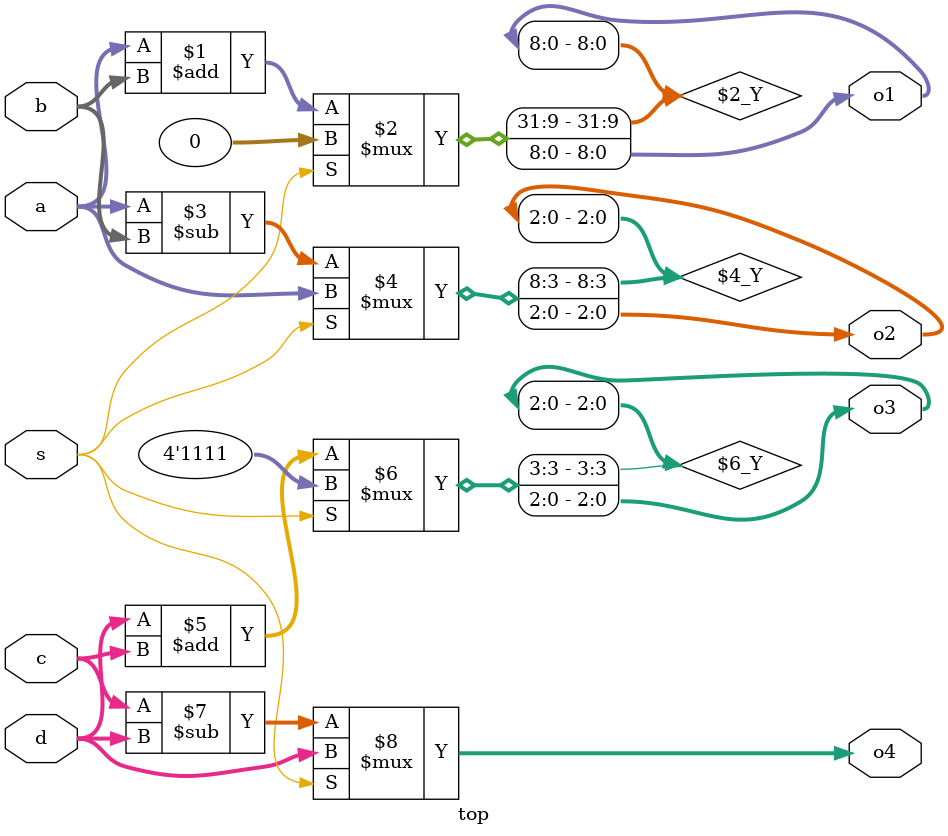
<source format=v>
module top(
    input [8:0] a,
    input [8:0] b,
    output [8:0] o1,
    output [2:0] o2,
    input [2:0] c,
    input [2:0] d,
    output [2:0] o3,
    output [2:0] o4,
    input s
);

assign o1 = (s ? 0 : a + b);
assign o2 = (s ? a : a - b);
assign o3 = (s ? 4'b1111 : d + c);
assign o4 = (s ? d : c - d);

endmodule

</source>
